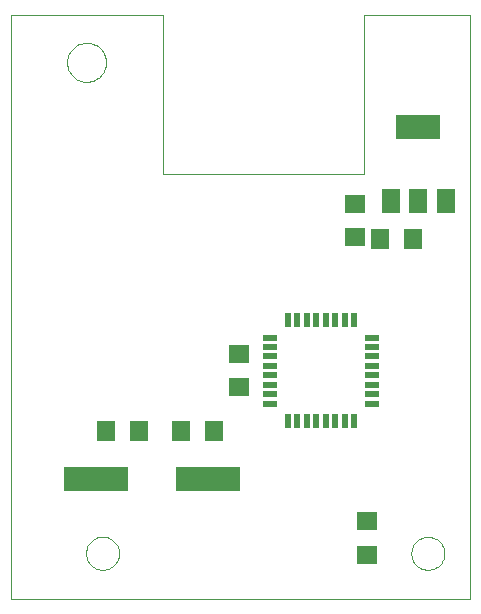
<source format=gtp>
G75*
G70*
%OFA0B0*%
%FSLAX24Y24*%
%IPPOS*%
%LPD*%
%AMOC8*
5,1,8,0,0,1.08239X$1,22.5*
%
%ADD10C,0.0000*%
%ADD11R,0.0500X0.0220*%
%ADD12R,0.0220X0.0500*%
%ADD13R,0.0709X0.0630*%
%ADD14R,0.0710X0.0630*%
%ADD15R,0.2165X0.0787*%
%ADD16R,0.0630X0.0709*%
%ADD17R,0.0591X0.0787*%
%ADD18R,0.1496X0.0787*%
D10*
X000605Y000776D02*
X000605Y020264D01*
X005648Y020264D01*
X005648Y014949D01*
X012341Y014949D01*
X012341Y020264D01*
X015884Y020264D01*
X015884Y000776D01*
X000605Y000776D01*
X003090Y002312D02*
X003092Y002359D01*
X003098Y002405D01*
X003108Y002451D01*
X003121Y002496D01*
X003139Y002539D01*
X003160Y002581D01*
X003184Y002621D01*
X003212Y002658D01*
X003243Y002693D01*
X003277Y002726D01*
X003313Y002755D01*
X003352Y002781D01*
X003393Y002804D01*
X003436Y002823D01*
X003480Y002839D01*
X003525Y002851D01*
X003571Y002859D01*
X003618Y002863D01*
X003664Y002863D01*
X003711Y002859D01*
X003757Y002851D01*
X003802Y002839D01*
X003846Y002823D01*
X003889Y002804D01*
X003930Y002781D01*
X003969Y002755D01*
X004005Y002726D01*
X004039Y002693D01*
X004070Y002658D01*
X004098Y002621D01*
X004122Y002581D01*
X004143Y002539D01*
X004161Y002496D01*
X004174Y002451D01*
X004184Y002405D01*
X004190Y002359D01*
X004192Y002312D01*
X004190Y002265D01*
X004184Y002219D01*
X004174Y002173D01*
X004161Y002128D01*
X004143Y002085D01*
X004122Y002043D01*
X004098Y002003D01*
X004070Y001966D01*
X004039Y001931D01*
X004005Y001898D01*
X003969Y001869D01*
X003930Y001843D01*
X003889Y001820D01*
X003846Y001801D01*
X003802Y001785D01*
X003757Y001773D01*
X003711Y001765D01*
X003664Y001761D01*
X003618Y001761D01*
X003571Y001765D01*
X003525Y001773D01*
X003480Y001785D01*
X003436Y001801D01*
X003393Y001820D01*
X003352Y001843D01*
X003313Y001869D01*
X003277Y001898D01*
X003243Y001931D01*
X003212Y001966D01*
X003184Y002003D01*
X003160Y002043D01*
X003139Y002085D01*
X003121Y002128D01*
X003108Y002173D01*
X003098Y002219D01*
X003092Y002265D01*
X003090Y002312D01*
X013936Y002311D02*
X013938Y002358D01*
X013944Y002404D01*
X013954Y002450D01*
X013967Y002495D01*
X013985Y002538D01*
X014006Y002580D01*
X014030Y002620D01*
X014058Y002657D01*
X014089Y002692D01*
X014123Y002725D01*
X014159Y002754D01*
X014198Y002780D01*
X014239Y002803D01*
X014282Y002822D01*
X014326Y002838D01*
X014371Y002850D01*
X014417Y002858D01*
X014464Y002862D01*
X014510Y002862D01*
X014557Y002858D01*
X014603Y002850D01*
X014648Y002838D01*
X014692Y002822D01*
X014735Y002803D01*
X014776Y002780D01*
X014815Y002754D01*
X014851Y002725D01*
X014885Y002692D01*
X014916Y002657D01*
X014944Y002620D01*
X014968Y002580D01*
X014989Y002538D01*
X015007Y002495D01*
X015020Y002450D01*
X015030Y002404D01*
X015036Y002358D01*
X015038Y002311D01*
X015036Y002264D01*
X015030Y002218D01*
X015020Y002172D01*
X015007Y002127D01*
X014989Y002084D01*
X014968Y002042D01*
X014944Y002002D01*
X014916Y001965D01*
X014885Y001930D01*
X014851Y001897D01*
X014815Y001868D01*
X014776Y001842D01*
X014735Y001819D01*
X014692Y001800D01*
X014648Y001784D01*
X014603Y001772D01*
X014557Y001764D01*
X014510Y001760D01*
X014464Y001760D01*
X014417Y001764D01*
X014371Y001772D01*
X014326Y001784D01*
X014282Y001800D01*
X014239Y001819D01*
X014198Y001842D01*
X014159Y001868D01*
X014123Y001897D01*
X014089Y001930D01*
X014058Y001965D01*
X014030Y002002D01*
X014006Y002042D01*
X013985Y002084D01*
X013967Y002127D01*
X013954Y002172D01*
X013944Y002218D01*
X013938Y002264D01*
X013936Y002311D01*
X002455Y018676D02*
X002457Y018726D01*
X002463Y018776D01*
X002473Y018826D01*
X002486Y018874D01*
X002503Y018922D01*
X002524Y018968D01*
X002548Y019012D01*
X002576Y019054D01*
X002607Y019094D01*
X002641Y019131D01*
X002678Y019166D01*
X002717Y019197D01*
X002758Y019226D01*
X002802Y019251D01*
X002848Y019273D01*
X002895Y019291D01*
X002943Y019305D01*
X002992Y019316D01*
X003042Y019323D01*
X003092Y019326D01*
X003143Y019325D01*
X003193Y019320D01*
X003243Y019311D01*
X003291Y019299D01*
X003339Y019282D01*
X003385Y019262D01*
X003430Y019239D01*
X003473Y019212D01*
X003513Y019182D01*
X003551Y019149D01*
X003586Y019113D01*
X003619Y019074D01*
X003648Y019033D01*
X003674Y018990D01*
X003697Y018945D01*
X003716Y018898D01*
X003731Y018850D01*
X003743Y018801D01*
X003751Y018751D01*
X003755Y018701D01*
X003755Y018651D01*
X003751Y018601D01*
X003743Y018551D01*
X003731Y018502D01*
X003716Y018454D01*
X003697Y018407D01*
X003674Y018362D01*
X003648Y018319D01*
X003619Y018278D01*
X003586Y018239D01*
X003551Y018203D01*
X003513Y018170D01*
X003473Y018140D01*
X003430Y018113D01*
X003385Y018090D01*
X003339Y018070D01*
X003291Y018053D01*
X003243Y018041D01*
X003193Y018032D01*
X003143Y018027D01*
X003092Y018026D01*
X003042Y018029D01*
X002992Y018036D01*
X002943Y018047D01*
X002895Y018061D01*
X002848Y018079D01*
X002802Y018101D01*
X002758Y018126D01*
X002717Y018155D01*
X002678Y018186D01*
X002641Y018221D01*
X002607Y018258D01*
X002576Y018298D01*
X002548Y018340D01*
X002524Y018384D01*
X002503Y018430D01*
X002486Y018478D01*
X002473Y018526D01*
X002463Y018576D01*
X002457Y018626D01*
X002455Y018676D01*
D11*
X009237Y009503D03*
X009237Y009188D03*
X009237Y008874D03*
X009237Y008559D03*
X009237Y008244D03*
X009237Y007929D03*
X009237Y007614D03*
X009237Y007299D03*
X012617Y007299D03*
X012617Y007614D03*
X012617Y007929D03*
X012617Y008244D03*
X012617Y008559D03*
X012617Y008874D03*
X012617Y009188D03*
X012617Y009503D03*
D12*
X012029Y010091D03*
X011714Y010091D03*
X011399Y010091D03*
X011084Y010091D03*
X010769Y010091D03*
X010454Y010091D03*
X010139Y010091D03*
X009824Y010091D03*
X009824Y006711D03*
X010139Y006711D03*
X010454Y006711D03*
X010769Y006711D03*
X011084Y006711D03*
X011399Y006711D03*
X011714Y006711D03*
X012029Y006711D03*
D13*
X008177Y007850D03*
X008177Y008952D03*
X012052Y012850D03*
X012052Y013952D03*
D14*
X012452Y003373D03*
X012452Y002254D03*
D15*
X007172Y004776D03*
X003431Y004776D03*
D16*
X003750Y006401D03*
X004853Y006401D03*
X006250Y006401D03*
X007353Y006401D03*
X012900Y012776D03*
X014003Y012776D03*
D17*
X014168Y014048D03*
X015073Y014048D03*
X013262Y014048D03*
D18*
X014168Y016528D03*
M02*

</source>
